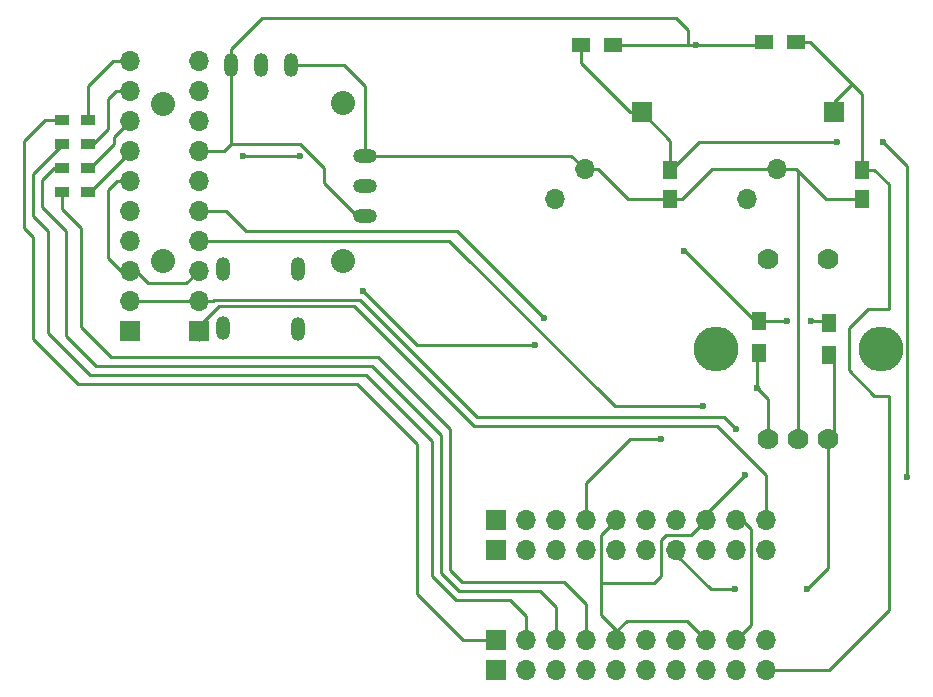
<source format=gbr>
G04 #@! TF.FileFunction,Copper,L2,Bot,Signal*
%FSLAX46Y46*%
G04 Gerber Fmt 4.6, Leading zero omitted, Abs format (unit mm)*
G04 Created by KiCad (PCBNEW 4.0.7) date 05/31/18 22:49:15*
%MOMM*%
%LPD*%
G01*
G04 APERTURE LIST*
%ADD10C,0.100000*%
%ADD11R,1.700000X1.700000*%
%ADD12O,1.700000X1.700000*%
%ADD13R,1.300000X1.500000*%
%ADD14R,1.250000X1.500000*%
%ADD15R,1.500000X1.300000*%
%ADD16C,2.032000*%
%ADD17O,1.200000X2.000000*%
%ADD18O,2.000000X1.200000*%
%ADD19R,1.200000X0.900000*%
%ADD20O,3.810000X3.810000*%
%ADD21C,1.778000*%
%ADD22C,0.600000*%
%ADD23C,0.250000*%
G04 APERTURE END LIST*
D10*
D11*
X149479000Y-128143000D03*
D12*
X152019000Y-128143000D03*
X154559000Y-128143000D03*
X157099000Y-128143000D03*
X159639000Y-128143000D03*
X162179000Y-128143000D03*
X164719000Y-128143000D03*
X167259000Y-128143000D03*
X169799000Y-128143000D03*
X172339000Y-128143000D03*
D13*
X177673000Y-101266000D03*
X177673000Y-103966000D03*
X171704000Y-101139000D03*
X171704000Y-103839000D03*
D11*
X118440200Y-101930200D03*
D12*
X118440200Y-99390200D03*
X118440200Y-96850200D03*
X118440200Y-94310200D03*
X118440200Y-91770200D03*
X118440200Y-89230200D03*
X118440200Y-86690200D03*
X118440200Y-84150200D03*
X118440200Y-81610200D03*
X118440200Y-79070200D03*
D11*
X124282200Y-101930200D03*
D12*
X124282200Y-99390200D03*
X124282200Y-96850200D03*
X124282200Y-94310200D03*
X124282200Y-91770200D03*
X124282200Y-89230200D03*
X124282200Y-86690200D03*
X124282200Y-84150200D03*
X124282200Y-81610200D03*
X124282200Y-79070200D03*
D14*
X180467000Y-88285000D03*
X180467000Y-90785000D03*
X164211000Y-88285000D03*
X164211000Y-90785000D03*
D15*
X159338000Y-77724000D03*
X156638000Y-77724000D03*
X172132000Y-77470000D03*
X174832000Y-77470000D03*
D16*
X121285000Y-96012000D03*
D17*
X127000000Y-79452000D03*
D16*
X136525000Y-96012000D03*
D17*
X129540000Y-79452000D03*
D16*
X136525000Y-82677000D03*
D17*
X132080000Y-79452000D03*
D16*
X121285000Y-82727000D03*
D18*
X138380000Y-92202000D03*
D17*
X132715000Y-96697000D03*
D18*
X138380000Y-89662000D03*
D17*
X132715000Y-101777000D03*
D18*
X138380000Y-87122000D03*
D17*
X126365000Y-96697000D03*
X126365000Y-101677000D03*
D11*
X149479000Y-130683000D03*
D12*
X152019000Y-130683000D03*
X154559000Y-130683000D03*
X157099000Y-130683000D03*
X159639000Y-130683000D03*
X162179000Y-130683000D03*
X164719000Y-130683000D03*
X167259000Y-130683000D03*
X169799000Y-130683000D03*
X172339000Y-130683000D03*
D11*
X149479000Y-120523000D03*
D12*
X152019000Y-120523000D03*
X154559000Y-120523000D03*
X157099000Y-120523000D03*
X159639000Y-120523000D03*
X162179000Y-120523000D03*
X164719000Y-120523000D03*
X167259000Y-120523000D03*
X169799000Y-120523000D03*
X172339000Y-120523000D03*
D11*
X149479000Y-117983000D03*
D12*
X152019000Y-117983000D03*
X154559000Y-117983000D03*
X157099000Y-117983000D03*
X159639000Y-117983000D03*
X162179000Y-117983000D03*
X164719000Y-117983000D03*
X167259000Y-117983000D03*
X169799000Y-117983000D03*
X172339000Y-117983000D03*
D19*
X114892000Y-84074000D03*
X112692000Y-84074000D03*
X114892000Y-88138000D03*
X112692000Y-88138000D03*
X114892000Y-86106000D03*
X112692000Y-86106000D03*
X114892000Y-90170000D03*
X112692000Y-90170000D03*
D11*
X161798000Y-83439000D03*
D12*
X156972000Y-88265000D03*
X154432000Y-90805000D03*
D11*
X178054000Y-83439000D03*
D12*
X173228000Y-88265000D03*
X170688000Y-90805000D03*
D20*
X182041800Y-103505000D03*
X168071800Y-103505000D03*
D21*
X172491400Y-95859600D03*
X177571400Y-95859600D03*
X177571400Y-111099600D03*
X175031400Y-111074200D03*
X172491400Y-111099600D03*
D22*
X169799000Y-110236000D03*
X170561000Y-114173000D03*
X132842000Y-87122000D03*
X128016000Y-87122000D03*
X165341300Y-95135700D03*
X174117000Y-101092000D03*
X176149000Y-101092000D03*
X166370000Y-77724000D03*
X163449000Y-111125000D03*
X152781000Y-103124000D03*
X138176000Y-98552000D03*
X153543000Y-100838000D03*
X167005000Y-108331000D03*
X184277000Y-114300000D03*
X182245000Y-85979000D03*
X178308000Y-85979000D03*
X171577000Y-106807000D03*
X169672000Y-123825000D03*
X175768000Y-123825000D03*
D23*
X169799000Y-117983000D02*
X170307000Y-117983000D01*
X170307000Y-117983000D02*
X171069000Y-118745000D01*
X171069000Y-126873000D02*
X169799000Y-128143000D01*
X171069000Y-118745000D02*
X171069000Y-126873000D01*
X169799000Y-117983000D02*
X170180000Y-117983000D01*
X124282200Y-99390200D02*
X125526800Y-99390200D01*
X125603000Y-99314000D02*
X137922000Y-99314000D01*
X125526800Y-99390200D02*
X125603000Y-99314000D01*
X137922000Y-99314000D02*
X147828000Y-109220000D01*
X147828000Y-109220000D02*
X168783000Y-109220000D01*
X168783000Y-109220000D02*
X169799000Y-110236000D01*
X169799000Y-117983000D02*
X169799000Y-118364000D01*
X118440200Y-99390200D02*
X124282200Y-99390200D01*
X169799000Y-117983000D02*
X169799000Y-117729000D01*
X118440200Y-96850200D02*
X118948200Y-96850200D01*
X118948200Y-96850200D02*
X120015000Y-97917000D01*
X123215400Y-97917000D02*
X124282200Y-96850200D01*
X120015000Y-97917000D02*
X123215400Y-97917000D01*
X167259000Y-117983000D02*
X167259000Y-117475000D01*
X167259000Y-117475000D02*
X170561000Y-114173000D01*
X175031400Y-111074200D02*
X175031400Y-88417400D01*
X175006000Y-88519000D02*
X175006000Y-88392000D01*
X175006000Y-88442800D02*
X175006000Y-88519000D01*
X175031400Y-88417400D02*
X175006000Y-88442800D01*
X118440200Y-96850200D02*
X117678200Y-96850200D01*
X117678200Y-96850200D02*
X116586000Y-95758000D01*
X117398800Y-89230200D02*
X118440200Y-89230200D01*
X116586000Y-90043000D02*
X117398800Y-89230200D01*
X116586000Y-95758000D02*
X116586000Y-90043000D01*
X138380000Y-87122000D02*
X155829000Y-87122000D01*
X155829000Y-87122000D02*
X156972000Y-88265000D01*
X164211000Y-90785000D02*
X165247000Y-90785000D01*
X167767000Y-88265000D02*
X173228000Y-88265000D01*
X165247000Y-90785000D02*
X167767000Y-88265000D01*
X156972000Y-88265000D02*
X158115000Y-88265000D01*
X158115000Y-88265000D02*
X160635000Y-90785000D01*
X160635000Y-90785000D02*
X164211000Y-90785000D01*
X173228000Y-88265000D02*
X174879000Y-88265000D01*
X174879000Y-88265000D02*
X175006000Y-88392000D01*
X175006000Y-88392000D02*
X177399000Y-90785000D01*
X177399000Y-90785000D02*
X180467000Y-90785000D01*
X159639000Y-128143000D02*
X159639000Y-127381000D01*
X159639000Y-127381000D02*
X160528000Y-126492000D01*
X165608000Y-126492000D02*
X167259000Y-128143000D01*
X160528000Y-126492000D02*
X165608000Y-126492000D01*
X165989000Y-119253000D02*
X163830000Y-119253000D01*
X163449000Y-122682000D02*
X162814000Y-123317000D01*
X163449000Y-119634000D02*
X163449000Y-122682000D01*
X163830000Y-119253000D02*
X163449000Y-119634000D01*
X158369000Y-123317000D02*
X158623000Y-123317000D01*
X158623000Y-123317000D02*
X158750000Y-123317000D01*
X167259000Y-117983000D02*
X165989000Y-119253000D01*
X162814000Y-123317000D02*
X158750000Y-123317000D01*
X158750000Y-123317000D02*
X158623000Y-123317000D01*
X159639000Y-128143000D02*
X159639000Y-127254000D01*
X158369000Y-119253000D02*
X159639000Y-117983000D01*
X158369000Y-125984000D02*
X158369000Y-123317000D01*
X158369000Y-123317000D02*
X158369000Y-119253000D01*
X159639000Y-127254000D02*
X158369000Y-125984000D01*
X128016000Y-87122000D02*
X132842000Y-87122000D01*
X167259000Y-117983000D02*
X167259000Y-117729000D01*
X132080000Y-79452000D02*
X136602000Y-79452000D01*
X138380000Y-81230000D02*
X138380000Y-87122000D01*
X137668000Y-80518000D02*
X138380000Y-81230000D01*
X136602000Y-79452000D02*
X137668000Y-80518000D01*
X165354000Y-95123000D02*
X165366700Y-95135700D01*
X165366700Y-95135700D02*
X165341300Y-95135700D01*
X178054000Y-101139000D02*
X176196000Y-101139000D01*
X174070000Y-101139000D02*
X171704000Y-101139000D01*
X174117000Y-101092000D02*
X174070000Y-101139000D01*
X176196000Y-101139000D02*
X176149000Y-101092000D01*
X171704000Y-101139000D02*
X171370000Y-101139000D01*
X171370000Y-101139000D02*
X165354000Y-95123000D01*
X164084000Y-75438000D02*
X164719000Y-75438000D01*
X165735000Y-76454000D02*
X165735000Y-77724000D01*
X164719000Y-75438000D02*
X165735000Y-76454000D01*
X159338000Y-77724000D02*
X165735000Y-77724000D01*
X165735000Y-77724000D02*
X166370000Y-77724000D01*
X166370000Y-77724000D02*
X171878000Y-77724000D01*
X171878000Y-77724000D02*
X172132000Y-77470000D01*
X127000000Y-79452000D02*
X127000000Y-78105000D01*
X129667000Y-75438000D02*
X164084000Y-75438000D01*
X127000000Y-78105000D02*
X129667000Y-75438000D01*
X157099000Y-117983000D02*
X157099000Y-114808000D01*
X160782000Y-111125000D02*
X163449000Y-111125000D01*
X157099000Y-114808000D02*
X160782000Y-111125000D01*
X138380000Y-92202000D02*
X137668000Y-92202000D01*
X137668000Y-92202000D02*
X134874000Y-89408000D01*
X134874000Y-89408000D02*
X134874000Y-88138000D01*
X134874000Y-88138000D02*
X132842000Y-86106000D01*
X132842000Y-86106000D02*
X127000000Y-86106000D01*
X124282200Y-86690200D02*
X126415800Y-86690200D01*
X127000000Y-86106000D02*
X127000000Y-79452000D01*
X126415800Y-86690200D02*
X127000000Y-86106000D01*
X112692000Y-84074000D02*
X111252000Y-84074000D01*
X146685000Y-128143000D02*
X149479000Y-128143000D01*
X142748000Y-124206000D02*
X146685000Y-128143000D01*
X142748000Y-111506000D02*
X142748000Y-124206000D01*
X137668000Y-106426000D02*
X142748000Y-111506000D01*
X114046000Y-106426000D02*
X137668000Y-106426000D01*
X110236000Y-102616000D02*
X114046000Y-106426000D01*
X110236000Y-93980000D02*
X110236000Y-102616000D01*
X109474000Y-93218000D02*
X110236000Y-93980000D01*
X109474000Y-85852000D02*
X109474000Y-93218000D01*
X111252000Y-84074000D02*
X109474000Y-85852000D01*
X112692000Y-86106000D02*
X112692000Y-86190000D01*
X112692000Y-86190000D02*
X110236000Y-88646000D01*
X110236000Y-88646000D02*
X110236000Y-92202000D01*
X110236000Y-92202000D02*
X111506000Y-93472000D01*
X111506000Y-93472000D02*
X111506000Y-102108000D01*
X111506000Y-102108000D02*
X115062000Y-105664000D01*
X115062000Y-105664000D02*
X138430000Y-105664000D01*
X138430000Y-105664000D02*
X144018000Y-111252000D01*
X144018000Y-111252000D02*
X144018000Y-122682000D01*
X144018000Y-122682000D02*
X146050000Y-124714000D01*
X146050000Y-124714000D02*
X150622000Y-124714000D01*
X150622000Y-124714000D02*
X152019000Y-126111000D01*
X152019000Y-126111000D02*
X152019000Y-128143000D01*
X112692000Y-88138000D02*
X112014000Y-88138000D01*
X154559000Y-125349000D02*
X154559000Y-128143000D01*
X153162000Y-123952000D02*
X154559000Y-125349000D01*
X146304000Y-123952000D02*
X153162000Y-123952000D01*
X144780000Y-122428000D02*
X146304000Y-123952000D01*
X144780000Y-110744000D02*
X144780000Y-122428000D01*
X138938000Y-104902000D02*
X144780000Y-110744000D01*
X115570000Y-104902000D02*
X138938000Y-104902000D01*
X113030000Y-102362000D02*
X115570000Y-104902000D01*
X113030000Y-93472000D02*
X113030000Y-102362000D01*
X110998000Y-91440000D02*
X113030000Y-93472000D01*
X110998000Y-89154000D02*
X110998000Y-91440000D01*
X112014000Y-88138000D02*
X110998000Y-89154000D01*
X145542000Y-121920000D02*
X145542000Y-122174000D01*
X112692000Y-91610000D02*
X114300000Y-93218000D01*
X114300000Y-93218000D02*
X114300000Y-101600000D01*
X114300000Y-101600000D02*
X116840000Y-104140000D01*
X116840000Y-104140000D02*
X139446000Y-104140000D01*
X139446000Y-104140000D02*
X145542000Y-110236000D01*
X145542000Y-110236000D02*
X145542000Y-121920000D01*
X112692000Y-90170000D02*
X112692000Y-91610000D01*
X157099000Y-125095000D02*
X157099000Y-128143000D01*
X155194000Y-123190000D02*
X157099000Y-125095000D01*
X146558000Y-123190000D02*
X155194000Y-123190000D01*
X145542000Y-122174000D02*
X146558000Y-123190000D01*
X142748000Y-103124000D02*
X152781000Y-103124000D01*
X138176000Y-98552000D02*
X142748000Y-103124000D01*
X126568200Y-91770200D02*
X124282200Y-91770200D01*
X128270000Y-93472000D02*
X126568200Y-91770200D01*
X146177000Y-93472000D02*
X128270000Y-93472000D01*
X153543000Y-100838000D02*
X146177000Y-93472000D01*
X124282200Y-94310200D02*
X145491200Y-94310200D01*
X159512000Y-108331000D02*
X167005000Y-108331000D01*
X145491200Y-94310200D02*
X159512000Y-108331000D01*
X124282200Y-101930200D02*
X124282200Y-101523800D01*
X124282200Y-101523800D02*
X125984000Y-99822000D01*
X172339000Y-114173000D02*
X172339000Y-117983000D01*
X168148000Y-109982000D02*
X172339000Y-114173000D01*
X147574000Y-109982000D02*
X168148000Y-109982000D01*
X137414000Y-99822000D02*
X147574000Y-109982000D01*
X125984000Y-99822000D02*
X137414000Y-99822000D01*
X124282200Y-101930200D02*
X124282200Y-102692200D01*
X182753000Y-100076000D02*
X180975000Y-100076000D01*
X181483000Y-107442000D02*
X182753000Y-107442000D01*
X179324000Y-105283000D02*
X181483000Y-107442000D01*
X179324000Y-101727000D02*
X179324000Y-105283000D01*
X180975000Y-100076000D02*
X179324000Y-101727000D01*
X172339000Y-130683000D02*
X177673000Y-130683000D01*
X177673000Y-130683000D02*
X182753000Y-125603000D01*
X182753000Y-125603000D02*
X182753000Y-107442000D01*
X181503000Y-88285000D02*
X180467000Y-88285000D01*
X182753000Y-89535000D02*
X181503000Y-88285000D01*
X182753000Y-100076000D02*
X182753000Y-89535000D01*
X178054000Y-83439000D02*
X178054000Y-82550000D01*
X178054000Y-82550000D02*
X179578000Y-81026000D01*
X174832000Y-77470000D02*
X176022000Y-77470000D01*
X180467000Y-81915000D02*
X180467000Y-88285000D01*
X176022000Y-77470000D02*
X179578000Y-81026000D01*
X179578000Y-81026000D02*
X180467000Y-81915000D01*
X164211000Y-88285000D02*
X164318000Y-88285000D01*
X164318000Y-88285000D02*
X166624000Y-85979000D01*
X184277000Y-88011000D02*
X184277000Y-114300000D01*
X182245000Y-85979000D02*
X184277000Y-88011000D01*
X166624000Y-85979000D02*
X178308000Y-85979000D01*
X164211000Y-88285000D02*
X164211000Y-85852000D01*
X164211000Y-85852000D02*
X161798000Y-83439000D01*
X156638000Y-77724000D02*
X156638000Y-79295000D01*
X160782000Y-83439000D02*
X161798000Y-83439000D01*
X156638000Y-79295000D02*
X160782000Y-83439000D01*
X171577000Y-106807000D02*
X171577000Y-103966000D01*
X171577000Y-103966000D02*
X171704000Y-103839000D01*
X172491400Y-111099600D02*
X172491400Y-107721400D01*
X172491400Y-107721400D02*
X171577000Y-106807000D01*
X171577000Y-106807000D02*
X171704000Y-106807000D01*
X171704000Y-106807000D02*
X171577000Y-106807000D01*
X164719000Y-120523000D02*
X164719000Y-120904000D01*
X164719000Y-120904000D02*
X167640000Y-123825000D01*
X167640000Y-123825000D02*
X169672000Y-123825000D01*
X175768000Y-123825000D02*
X177571400Y-122021600D01*
X177571400Y-122021600D02*
X177571400Y-111099600D01*
X178054000Y-103839000D02*
X178054000Y-110617000D01*
X178054000Y-110617000D02*
X177571400Y-111099600D01*
X114892000Y-90170000D02*
X115062000Y-90170000D01*
X115062000Y-90170000D02*
X118440200Y-86791800D01*
X118440200Y-86791800D02*
X118440200Y-86690200D01*
X114892000Y-88138000D02*
X115062000Y-88138000D01*
X115062000Y-88138000D02*
X117094000Y-86106000D01*
X117094000Y-86106000D02*
X117094000Y-85496400D01*
X117094000Y-85496400D02*
X118440200Y-84150200D01*
X114892000Y-86106000D02*
X115316000Y-86106000D01*
X115316000Y-86106000D02*
X116586000Y-84836000D01*
X116586000Y-84836000D02*
X116586000Y-82296000D01*
X116586000Y-82296000D02*
X117271800Y-81610200D01*
X117271800Y-81610200D02*
X118440200Y-81610200D01*
X114892000Y-84074000D02*
X114892000Y-81196000D01*
X117017800Y-79070200D02*
X118440200Y-79070200D01*
X114892000Y-81196000D02*
X117017800Y-79070200D01*
M02*

</source>
